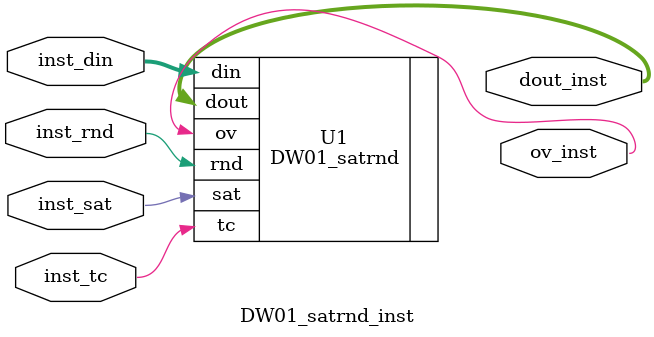
<source format=v>
module DW01_satrnd_inst( inst_din, inst_tc, inst_sat, inst_rnd, 
                         ov_inst, dout_inst );

  parameter width = 8;
  parameter msb_out = 7;
  parameter lsb_out = 1;

  input [width-1 : 0] inst_din;
  input inst_tc;
  input inst_sat;
  input inst_rnd;
  output ov_inst;
  output [msb_out-lsb_out : 0] dout_inst;

  // Instance of DW01_satrnd
  DW01_satrnd #(width, msb_out, lsb_out)
    U1 ( .din(inst_din),   .tc(inst_tc),   .sat(inst_sat),
         .rnd(inst_rnd),   .ov(ov_inst),   .dout(dout_inst) );

endmodule


</source>
